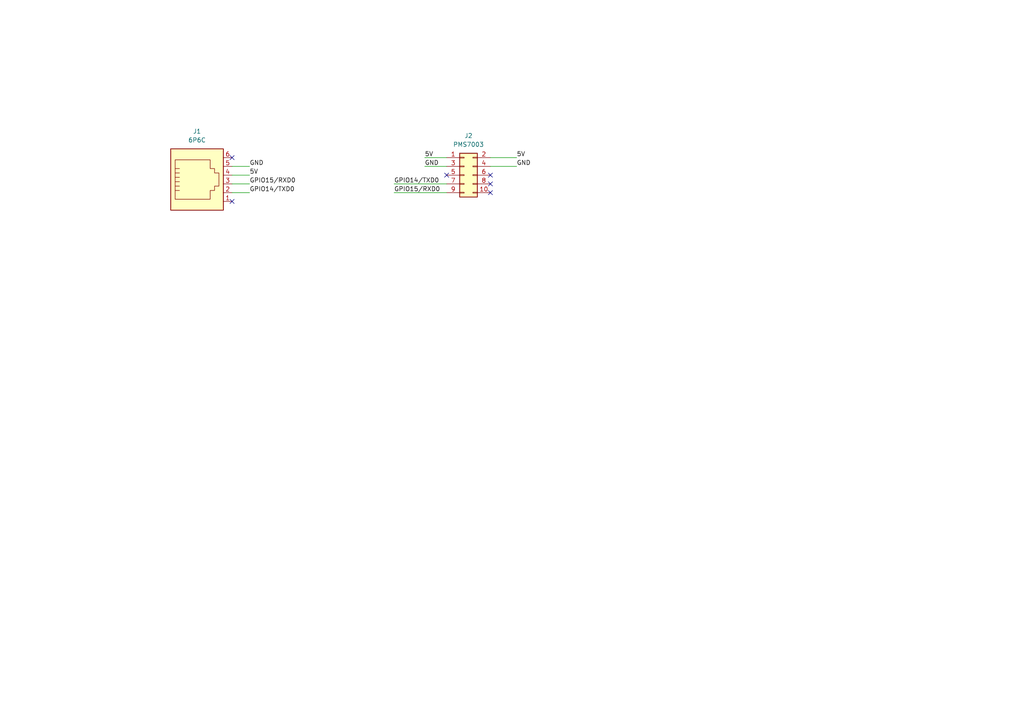
<source format=kicad_sch>
(kicad_sch (version 20230121) (generator eeschema)
  (paper "A4")
  (lib_symbols
    (symbol "Connector:6P6C" (pin_names (offset 1.016))
      (property "Reference" "J" (at -5.08 11.43 0))
      (property "Value" "6P6C" (at 2.54 11.43 0))
      (symbol "6P6C_0_1"
        (polyline (pts (xy -6.35 -1.905) (xy -5.08 -1.905) (xy -5.08 -1.905)))
        (polyline (pts (xy -6.35 -0.635) (xy -5.08 -0.635) (xy -5.08 -0.635)))
        (polyline (pts (xy -6.35 0.635) (xy -5.08 0.635) (xy -5.08 0.635)))
        (polyline (pts (xy -6.35 1.905) (xy -5.08 1.905) (xy -5.08 1.905)))
        (polyline (pts (xy -6.35 3.175) (xy -5.08 3.175) (xy -5.08 3.175)))
        (polyline (pts (xy -5.08 4.445) (xy -6.35 4.445) (xy -6.35 4.445)))
        (polyline (pts (xy -6.35 -4.445) (xy -6.35 6.985) (xy 3.81 6.985) (xy 3.81 4.445) (xy 5.08 4.445) (xy 5.08 3.175) (xy 6.35 3.175) (xy 6.35 -0.635) (xy 5.08 -0.635) (xy 5.08 -1.905) (xy 3.81 -1.905) (xy 3.81 -4.445) (xy -6.35 -4.445) (xy -6.35 -4.445)))
        (rectangle (start 7.62 10.16) (end -7.62 -7.62) (stroke (width 0.254)) (fill (type background)))
      )
      (symbol "6P6C_1_1"
        (pin passive line (at 10.16 -5.08 180) (length 2.54) (name "~") (number "1"))
        (pin passive line (at 10.16 -2.54 180) (length 2.54) (name "~") (number "2"))
        (pin passive line (at 10.16 0 180) (length 2.54) (name "~") (number "3"))
        (pin passive line (at 10.16 2.54 180) (length 2.54) (name "~") (number "4"))
        (pin passive line (at 10.16 5.08 180) (length 2.54) (name "~") (number "5"))
        (pin passive line (at 10.16 7.62 180) (length 2.54) (name "~") (number "6"))
      )
    )
    (symbol "Connector_Generic:Conn_02x05_Odd_Even" (pin_names (offset 1.016) hide)
      (property "Reference" "J" (at 1.27 7.62 0))
      (property "Value" "Conn_02x05_Odd_Even" (at 1.27 -7.62 0))
      (symbol "Conn_02x05_Odd_Even_1_1"
        (rectangle (start -1.27 -4.953) (end 0 -5.207) (stroke (width 0.1524)))
        (rectangle (start -1.27 -2.413) (end 0 -2.667) (stroke (width 0.1524)))
        (rectangle (start -1.27 0.127) (end 0 -0.127) (stroke (width 0.1524)))
        (rectangle (start -1.27 2.667) (end 0 2.413) (stroke (width 0.1524)))
        (rectangle (start -1.27 5.207) (end 0 4.953) (stroke (width 0.1524)))
        (rectangle (start -1.27 6.35) (end 3.81 -6.35) (stroke (width 0.254)) (fill (type background)))
        (rectangle (start 3.81 -4.953) (end 2.54 -5.207) (stroke (width 0.1524)))
        (rectangle (start 3.81 -2.413) (end 2.54 -2.667) (stroke (width 0.1524)))
        (rectangle (start 3.81 0.127) (end 2.54 -0.127) (stroke (width 0.1524)))
        (rectangle (start 3.81 2.667) (end 2.54 2.413) (stroke (width 0.1524)))
        (rectangle (start 3.81 5.207) (end 2.54 4.953) (stroke (width 0.1524)))
        (pin passive line (at -5.08 5.08 0) (length 3.81) (name "Pin_1") (number "1"))
        (pin passive line (at 7.62 -5.08 180) (length 3.81) (name "Pin_10") (number "10"))
        (pin passive line (at 7.62 5.08 180) (length 3.81) (name "Pin_2") (number "2"))
        (pin passive line (at -5.08 2.54 0) (length 3.81) (name "Pin_3") (number "3"))
        (pin passive line (at 7.62 2.54 180) (length 3.81) (name "Pin_4") (number "4"))
        (pin passive line (at -5.08 0 0) (length 3.81) (name "Pin_5") (number "5"))
        (pin passive line (at 7.62 0 180) (length 3.81) (name "Pin_6") (number "6"))
        (pin passive line (at -5.08 -2.54 0) (length 3.81) (name "Pin_7") (number "7"))
        (pin passive line (at 7.62 -2.54 180) (length 3.81) (name "Pin_8") (number "8"))
        (pin passive line (at -5.08 -5.08 0) (length 3.81) (name "Pin_9") (number "9"))
      )
    )
  )
  (no_connect (at 142.24 55.88))
  (no_connect (at 142.24 53.34))
  (no_connect (at 67.31 45.72))
  (no_connect (at 142.24 50.8))
  (no_connect (at 67.31 58.42))
  (no_connect (at 129.54 50.8))
  (wire (pts (xy 123.19 48.26) (xy 129.54 48.26)))
  (wire (pts (xy 142.24 48.26) (xy 149.86 48.26)))
  (wire (pts (xy 67.31 50.8) (xy 72.39 50.8)))
  (wire (pts (xy 114.3 55.88) (xy 129.54 55.88)))
  (wire (pts (xy 114.3 53.34) (xy 129.54 53.34)))
  (wire (pts (xy 67.31 53.34) (xy 72.39 53.34)))
  (wire (pts (xy 142.24 45.72) (xy 149.86 45.72)))
  (wire (pts (xy 123.19 45.72) (xy 129.54 45.72)))
  (wire (pts (xy 67.31 48.26) (xy 72.39 48.26)))
  (wire (pts (xy 67.31 55.88) (xy 72.39 55.88)))
  (label "5V" (at 72.39 50.8 0))
  (label "GPIO14{slash}TXD0" (at 72.39 55.88 0))
  (label "GND" (at 149.86 48.26 0))
  (label "GND" (at 123.19 48.26 0))
  (label "GPIO14{slash}TXD0" (at 114.3 53.34 0))
  (label "GPIO15{slash}RXD0" (at 114.3 55.88 0))
  (label "GND" (at 72.39 48.26 0))
  (label "5V" (at 149.86 45.72 0))
  (label "5V" (at 123.19 45.72 0))
  (label "GPIO15{slash}RXD0" (at 72.39 53.34 0))
  (symbol (lib_id "Connector:6P6C") (at 57.15 53.34 0) (unit 1)
    (property "Reference" "J1" (at 57.15 38.1 0))
    (property "Value" "6P6C" (at 57.15 40.64 0))
    (property "Footprint" "indian-rj11-pcb-through-hole-2.54:RJ11-6-IND" (effects hide))
  )
  (symbol (lib_id "Connector_Generic:Conn_02x05_Odd_Even") (at 134.62 50.8 0) (unit 1)
    (property "Reference" "J2" (at 135.89 39.37 0))
    (property "Value" "PMS7003" (at 135.89 41.91 0))
    (property "Footprint" "Connector_PinSocket_1.27mm:PinSocket_2x05_P1.27mm_Vertical" (effects hide))
  )
)
</source>
